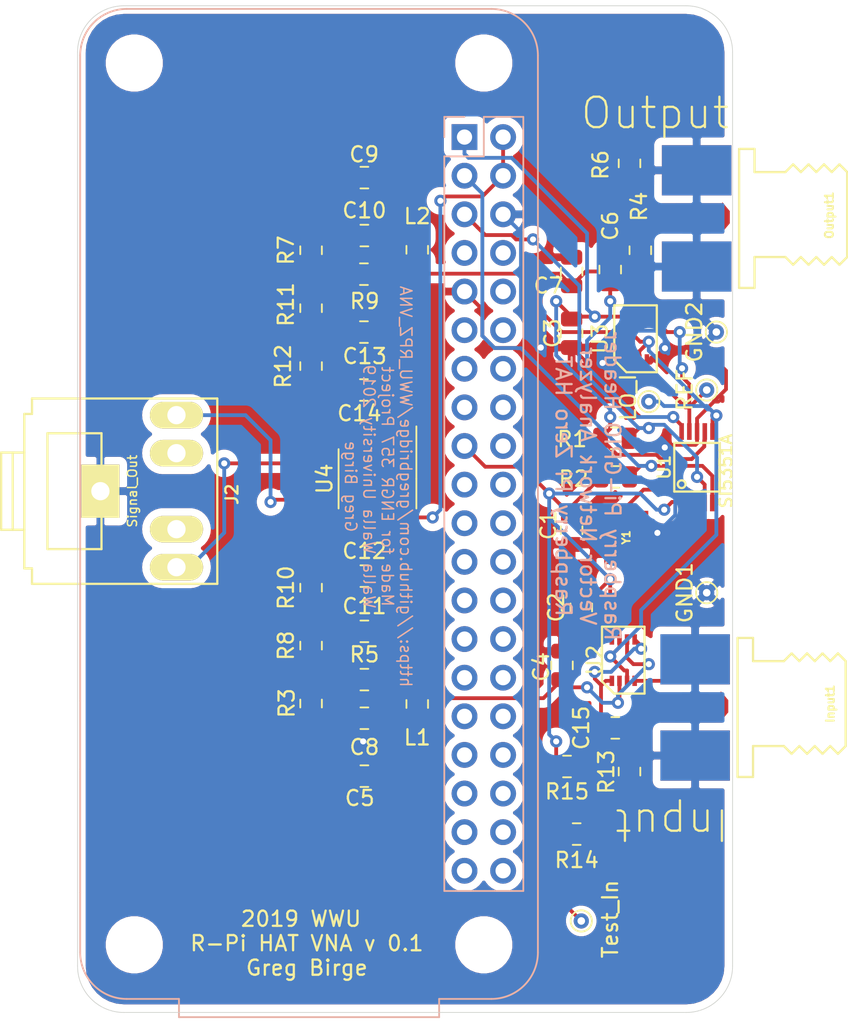
<source format=kicad_pcb>
(kicad_pcb (version 20171130) (host pcbnew 5.1.2-f72e74a~84~ubuntu18.04.1)
  (layers (0 F.Cu signal) (31 B.Cu signal) (34 B.Paste user) (35 F.Paste user) (36 B.SilkS user) (37 F.SilkS user) (38 B.Mask user) (39 F.Mask user) (44 Edge.Cuts user))
  (net 0 "")
  (net 1 +3V3)
  (net 2 GND)
  (net 3 "Net-(C4-Pad2)")
  (net 4 "Net-(C5-Pad1)")
  (net 5 "Net-(C6-Pad2)")
  (net 6 "Net-(C6-Pad1)")
  (net 7 "Net-(C7-Pad2)")
  (net 8 "Net-(C8-Pad1)")
  (net 9 "Net-(C9-Pad1)")
  (net 10 "Net-(C10-Pad1)")
  (net 11 "Net-(C11-Pad1)")
  (net 12 "Net-(C12-Pad1)")
  (net 13 "Net-(C13-Pad1)")
  (net 14 "Net-(C14-Pad1)")
  (net 15 "Net-(C15-Pad2)")
  (net 16 "Net-(C15-Pad1)")
  (net 17 "Net-(J1-Pad40)")
  (net 18 "Net-(J1-Pad39)")
  (net 19 "Net-(J1-Pad26)")
  (net 20 "Net-(J1-Pad25)")
  (net 21 "Net-(J1-Pad22)")
  (net 22 "Net-(J1-Pad21)")
  (net 23 "Net-(J1-Pad30)")
  (net 24 "Net-(J1-Pad29)")
  (net 25 "Net-(J1-Pad8)")
  (net 26 "Net-(J1-Pad7)")
  (net 27 "Net-(J1-Pad32)")
  (net 28 "Net-(J1-Pad31)")
  (net 29 "Net-(J1-Pad18)")
  (net 30 "Net-(J1-Pad36)")
  (net 31 "Net-(J1-Pad35)")
  (net 32 "Net-(J1-Pad34)")
  (net 33 "Net-(J1-Pad33)")
  (net 34 "Net-(J1-Pad38)")
  (net 35 "Net-(J1-Pad37)")
  (net 36 "Net-(J1-Pad20)")
  (net 37 "Net-(J1-Pad19)")
  (net 38 "Net-(J1-Pad10)")
  (net 39 "Net-(J1-Pad14)")
  (net 40 "Net-(J1-Pad13)")
  (net 41 "Net-(J1-Pad28)")
  (net 42 "Net-(J1-Pad27)")
  (net 43 "Net-(J1-Pad12)")
  (net 44 "Net-(J1-Pad11)")
  (net 45 "Net-(J1-Pad24)")
  (net 46 "Net-(J1-Pad23)")
  (net 47 +5V)
  (net 48 /SCL)
  (net 49 "Net-(J1-Pad16)")
  (net 50 "Net-(J1-Pad15)")
  (net 51 /SDA)
  (net 52 "Net-(TP2-Pad1)")
  (net 53 /LO_I)
  (net 54 "Net-(U1-Pad3)")
  (net 55 "Net-(U1-Pad2)")
  (net 56 "Net-(J2-Pad3)")
  (net 57 "Net-(J2-Pad2)")
  (net 58 "Net-(Output1-Pad1)")
  (module SMA:Raspberry_Pi_Zero_Socketed_THT_FaceDown_MountingHoles (layer B.Cu) (at 130.1115 53.213 180)
    (fp_text reference Jr hide)
    (fp_text value "GPIO Header" hide)
    (pad "" np_thru_hole circle (at -1.27 -53.13 90) (size 2.75 2.75) (drill 2.75) (layers *.Cu *.Mask))
    (pad "" np_thru_hole circle (at 21.73 4.87 90) (size 2.75 2.75) (drill 2.75) (layers *.Cu *.Mask))
    (pad "" np_thru_hole circle (at 21.73 -53.13 90) (size 2.75 2.75) (drill 2.75) (layers *.Cu *.Mask))
    (pad "" np_thru_hole circle (at -1.27 4.87 90) (size 2.75 2.75) (drill 2.75) (layers *.Cu *.Mask))
    (pad 40 thru_hole oval (at -2.54 -48.26 180) (size 1.7 1.7) (drill 1) (layers *.Cu *.Mask) (net 17 "Net-(J1-Pad40)"))
    (pad 39 thru_hole oval (at 0 -48.26 180) (size 1.7 1.7) (drill 1) (layers *.Cu *.Mask) (net 18 "Net-(J1-Pad39)"))
    (pad 26 thru_hole oval (at -2.54 -30.48 180) (size 1.7 1.7) (drill 1) (layers *.Cu *.Mask) (net 19 "Net-(J1-Pad26)"))
    (pad 25 thru_hole oval (at 0 -30.48 180) (size 1.7 1.7) (drill 1) (layers *.Cu *.Mask) (net 20 "Net-(J1-Pad25)"))
    (pad 22 thru_hole oval (at -2.54 -25.4 180) (size 1.7 1.7) (drill 1) (layers *.Cu *.Mask) (net 21 "Net-(J1-Pad22)"))
    (pad 21 thru_hole oval (at 0 -25.4 180) (size 1.7 1.7) (drill 1) (layers *.Cu *.Mask) (net 22 "Net-(J1-Pad21)"))
    (pad 30 thru_hole oval (at -2.54 -35.56 180) (size 1.7 1.7) (drill 1) (layers *.Cu *.Mask) (net 23 "Net-(J1-Pad30)"))
    (pad 29 thru_hole oval (at 0 -35.56 180) (size 1.7 1.7) (drill 1) (layers *.Cu *.Mask) (net 24 "Net-(J1-Pad29)"))
    (pad 8 thru_hole oval (at -2.54 -7.62 180) (size 1.7 1.7) (drill 1) (layers *.Cu *.Mask) (net 25 "Net-(J1-Pad8)"))
    (pad 7 thru_hole oval (at 0 -7.62 180) (size 1.7 1.7) (drill 1) (layers *.Cu *.Mask) (net 26 "Net-(J1-Pad7)"))
    (pad 32 thru_hole oval (at -2.54 -38.1 180) (size 1.7 1.7) (drill 1) (layers *.Cu *.Mask) (net 27 "Net-(J1-Pad32)"))
    (pad 31 thru_hole oval (at 0 -38.1 180) (size 1.7 1.7) (drill 1) (layers *.Cu *.Mask) (net 28 "Net-(J1-Pad31)"))
    (pad 18 thru_hole oval (at -2.54 -20.32 180) (size 1.7 1.7) (drill 1) (layers *.Cu *.Mask) (net 29 "Net-(J1-Pad18)"))
    (pad 17 thru_hole oval (at 0 -20.32 180) (size 1.7 1.7) (drill 1) (layers *.Cu *.Mask) (net 1 +3V3))
    (pad 36 thru_hole oval (at -2.54 -43.18 180) (size 1.7 1.7) (drill 1) (layers *.Cu *.Mask) (net 30 "Net-(J1-Pad36)"))
    (pad 35 thru_hole oval (at 0 -43.18 180) (size 1.7 1.7) (drill 1) (layers *.Cu *.Mask) (net 31 "Net-(J1-Pad35)"))
    (pad 34 thru_hole oval (at -2.54 -40.64 180) (size 1.7 1.7) (drill 1) (layers *.Cu *.Mask) (net 32 "Net-(J1-Pad34)"))
    (pad 33 thru_hole oval (at 0 -40.64 180) (size 1.7 1.7) (drill 1) (layers *.Cu *.Mask) (net 33 "Net-(J1-Pad33)"))
    (pad 38 thru_hole oval (at -2.54 -45.72 180) (size 1.7 1.7) (drill 1) (layers *.Cu *.Mask) (net 34 "Net-(J1-Pad38)"))
    (pad 37 thru_hole oval (at 0 -45.72 180) (size 1.7 1.7) (drill 1) (layers *.Cu *.Mask) (net 35 "Net-(J1-Pad37)"))
    (pad 20 thru_hole oval (at -2.54 -22.86 180) (size 1.7 1.7) (drill 1) (layers *.Cu *.Mask) (net 36 "Net-(J1-Pad20)"))
    (pad 19 thru_hole oval (at 0 -22.86 180) (size 1.7 1.7) (drill 1) (layers *.Cu *.Mask) (net 37 "Net-(J1-Pad19)"))
    (pad 10 thru_hole oval (at -2.54 -10.16 180) (size 1.7 1.7) (drill 1) (layers *.Cu *.Mask) (net 38 "Net-(J1-Pad10)"))
    (pad 9 thru_hole oval (at 0 -10.16 180) (size 1.7 1.7) (drill 1) (layers *.Cu *.Mask) (net 2 GND))
    (pad 14 thru_hole oval (at -2.54 -15.24 180) (size 1.7 1.7) (drill 1) (layers *.Cu *.Mask) (net 39 "Net-(J1-Pad14)"))
    (pad 13 thru_hole oval (at 0 -15.24 180) (size 1.7 1.7) (drill 1) (layers *.Cu *.Mask) (net 40 "Net-(J1-Pad13)"))
    (pad 28 thru_hole oval (at -2.54 -33.02 180) (size 1.7 1.7) (drill 1) (layers *.Cu *.Mask) (net 41 "Net-(J1-Pad28)"))
    (pad 27 thru_hole oval (at 0 -33.02 180) (size 1.7 1.7) (drill 1) (layers *.Cu *.Mask) (net 42 "Net-(J1-Pad27)"))
    (pad 12 thru_hole oval (at -2.54 -12.7 180) (size 1.7 1.7) (drill 1) (layers *.Cu *.Mask) (net 43 "Net-(J1-Pad12)"))
    (pad 11 thru_hole oval (at 0 -12.7 180) (size 1.7 1.7) (drill 1) (layers *.Cu *.Mask) (net 44 "Net-(J1-Pad11)"))
    (pad 24 thru_hole oval (at -2.54 -27.94 180) (size 1.7 1.7) (drill 1) (layers *.Cu *.Mask) (net 45 "Net-(J1-Pad24)"))
    (pad 23 thru_hole oval (at 0 -27.94 180) (size 1.7 1.7) (drill 1) (layers *.Cu *.Mask) (net 46 "Net-(J1-Pad23)"))
    (pad 1 thru_hole rect (at 0 0 180) (size 1.7 1.7) (drill 1) (layers *.Cu *.Mask) (net 1 +3V3))
    (pad 2 thru_hole oval (at -2.54 0 180) (size 1.7 1.7) (drill 1) (layers *.Cu *.Mask) (net 47 +5V))
    (pad 5 thru_hole oval (at 0 -5.08 180) (size 1.7 1.7) (drill 1) (layers *.Cu *.Mask) (net 48 /SCL))
    (pad 4 thru_hole oval (at -2.54 -2.54 180) (size 1.7 1.7) (drill 1) (layers *.Cu *.Mask) (net 47 +5V))
    (pad 16 thru_hole oval (at -2.54 -17.78 180) (size 1.7 1.7) (drill 1) (layers *.Cu *.Mask) (net 49 "Net-(J1-Pad16)"))
    (pad 15 thru_hole oval (at 0 -17.78 180) (size 1.7 1.7) (drill 1) (layers *.Cu *.Mask) (net 50 "Net-(J1-Pad15)"))
    (pad 3 thru_hole oval (at 0 -2.54 180) (size 1.7 1.7) (drill 1) (layers *.Cu *.Mask) (net 51 /SDA))
    (pad 6 thru_hole oval (at -2.54 -5.08 180) (size 1.7 1.7) (drill 1) (layers *.Cu *.Mask) (net 2 GND))
  )
  (module SMA:VFSOP-8 (layer F.Cu) (at 141.36624 66.47942)
    (fp_text reference U3 (at -2.3495 0 90) (layer F.SilkS))
    (fp_text value NL7WB66 hide)
    (pad 8 smd rect (at -0.75 -1.36) (size 0.3 0.68) (layers F.Cu F.Paste F.Mask) (net 1 +3V3))
    (pad 1 smd rect (at -0.75 1.36) (size 0.3 0.68) (layers F.Cu F.Paste F.Mask) (net 52 "Net-(TP2-Pad1)"))
    (pad 7 smd rect (at -0.25 -1.36) (size 0.3 0.68) (layers F.Cu F.Paste F.Mask) (net 53 /LO_I))
    (pad 2 smd rect (at -0.25 1.36) (size 0.3 0.68) (layers F.Cu F.Paste F.Mask) (net 7 "Net-(C7-Pad2)"))
    (pad 6 smd rect (at 0.25 -1.36) (size 0.3 0.68) (layers F.Cu F.Paste F.Mask) (net 7 "Net-(C7-Pad2)"))
    (pad 3 smd rect (at 0.25 1.36) (size 0.3 0.68) (layers F.Cu F.Paste F.Mask) (net 53 /LO_I))
    (pad 5 smd rect (at 0.75 -1.36) (size 0.3 0.68) (layers F.Cu F.Paste F.Mask) (net 52 "Net-(TP2-Pad1)"))
    (pad 4 smd rect (at 0.75 1.36) (size 0.3 0.68) (layers F.Cu F.Paste F.Mask) (net 2 GND))
  )
  (module TestPoint:TestPoint_THTPad_D1.0mm_Drill0.5mm (layer F.Cu) (at 146.685 66.04 90)
    (fp_text reference GND2 (at 0 -1.448 90) (layer F.SilkS))
    (fp_text value GND2 hide)
    (pad 1 thru_hole circle (at 0 0 90) (size 1 1) (drill 0.5) (layers *.Cu *.Mask) (net 2 GND))
  )
  (module TestPoint:TestPoint_THTPad_D1.0mm_Drill0.5mm (layer F.Cu) (at 146.05 83.185 90)
    (fp_text reference GND1 (at 0 -1.448 90) (layer F.SilkS))
    (fp_text value GND1 hide)
    (pad 1 thru_hole circle (at 0 0 90) (size 1 1) (drill 0.5) (layers *.Cu *.Mask) (net 2 GND))
  )
  (module TestPoint:TestPoint_THTPad_D1.0mm_Drill0.5mm (layer F.Cu) (at 142.24 70.612)
    (fp_text reference LO_I (at -1.36144 -0.28194 90) (layer F.SilkS))
    (fp_text value LO_I hide)
    (pad 1 thru_hole circle (at 0 0) (size 1 1) (drill 0.5) (layers *.Cu *.Mask) (net 53 /LO_I))
  )
  (module TestPoint:TestPoint_THTPad_D1.0mm_Drill0.5mm (layer F.Cu) (at 146.05 69.85 90)
    (fp_text reference REF (at 0 -1.448 90) (layer F.SilkS))
    (fp_text value REF hide)
    (pad 1 thru_hole circle (at 0 0 90) (size 1 1) (drill 0.5) (layers *.Cu *.Mask) (net 52 "Net-(TP2-Pad1)"))
  )
  (module TestPoint:TestPoint_THTPad_D1.0mm_Drill0.5mm (layer F.Cu) (at 137.795 104.775 90)
    (fp_text reference Test_In (at 0.127 1.905 270) (layer F.SilkS))
    (fp_text value Test_IN hide)
    (pad 1 thru_hole circle (at 0 0 90) (size 1 1) (drill 0.5) (layers *.Cu *.Mask) (net 16 "Net-(C15-Pad1)"))
  )
  (module SMA:Tayda_3.5mm_stereo_TRS_jack_A-853 (layer F.Cu) (at 107.7468 76.5048 90)
    (fp_text reference J2 (at -0.2032 7.0612 90) (layer F.SilkS) (effects (font (size 0.8 0.8))))
    (fp_text value Signal_Out (at 0 0.508 90) (layer F.SilkS) (effects (font (size 0.6 0.6) (thickness 0.1))))
    (pad 1 thru_hole rect (at 0 -1.596 90) (size 3.5 2.5) (drill 1.2) (layers *.Cu *.Mask F.SilkS) (net 2 GND))
    (pad 2 thru_hole oval (at 5 3.41 90) (size 1.75 3.5) (drill 1.2) (layers *.Cu *.Mask F.SilkS) (net 57 "Net-(J2-Pad2)"))
    (pad 3 thru_hole oval (at -5 3.41 90) (size 1.75 3.5) (drill 1.2) (layers *.Cu *.Mask F.SilkS) (net 56 "Net-(J2-Pad3)"))
    (pad 4 thru_hole oval (at 2.5 3.41 90) (size 1.75 3.5) (drill 1.2) (layers *.Cu *.Mask F.SilkS))
    (pad 5 thru_hole oval (at -2.5 3.41 90) (size 1.75 3.5) (drill 1.2) (layers *.Cu *.Mask F.SilkS))
  )
  (module SMA:CX3225 (layer F.Cu) (at 140.755 79.545 90)
    (fp_text reference Y1 (at 0 0 90) (layer F.SilkS) (effects (font (size 0.5 0.5) (thickness 0.125))))
    (fp_text value CX3225 hide)
    (pad 2 smd rect (at 1.1 0.85 90) (size 1.3 1.2) (layers F.Cu F.Paste F.Mask) (net 2 GND))
    (pad 3 smd rect (at 1.1 -0.85 90) (size 1.3 1.2) (layers F.Cu F.Paste F.Mask) (net 55 "Net-(U1-Pad2)"))
    (pad 1 smd rect (at -1.1 0.85 90) (size 1.3 1.2) (layers F.Cu F.Paste F.Mask) (net 54 "Net-(U1-Pad3)"))
    (pad 4 smd rect (at -1.1 -0.85 90) (size 1.3 1.2) (layers F.Cu F.Paste F.Mask) (net 2 GND))
  )
  (module Package_SO:SO-8_3.9x4.9mm_P1.27mm (layer F.Cu) (at 124.3838 75.692 270)
    (fp_text reference U4 (at 0 3.4798 90) (layer F.SilkS))
    (fp_text value LM2904)
    (pad 1 smd roundrect (at -2.575 -1.905 270) (size 1.75 0.6) (layers F.Cu F.Paste F.Mask) (net 56 "Net-(J2-Pad3)"))
    (pad 2 smd roundrect (at -2.575 -0.635 270) (size 1.75 0.6) (layers F.Cu F.Paste F.Mask) (net 56 "Net-(J2-Pad3)"))
    (pad 3 smd roundrect (at -2.575 0.635 270) (size 1.75 0.6) (layers F.Cu F.Paste F.Mask) (net 14 "Net-(C14-Pad1)"))
    (pad 4 smd roundrect (at -2.575 1.905 270) (size 1.75 0.6) (layers F.Cu F.Paste F.Mask) (net 2 GND))
    (pad 5 smd roundrect (at 2.575 1.905 270) (size 1.75 0.6) (layers F.Cu F.Paste F.Mask) (net 12 "Net-(C12-Pad1)"))
    (pad 6 smd roundrect (at 2.575 0.635 270) (size 1.75 0.6) (layers F.Cu F.Paste F.Mask) (net 57 "Net-(J2-Pad2)"))
    (pad 7 smd roundrect (at 2.575 -0.635 270) (size 1.75 0.6) (layers F.Cu F.Paste F.Mask) (net 57 "Net-(J2-Pad2)"))
    (pad 8 smd roundrect (at 2.575 -1.905 270) (size 1.75 0.6) (layers F.Cu F.Paste F.Mask) (net 47 +5V))
  )
  (module SMA:VFSOP-8 (layer F.Cu) (at 140.55852 87.61984)
    (fp_text reference U2 (at -1.87452 0 90) (layer F.SilkS))
    (fp_text value NL7WB66 hide)
    (pad 8 smd rect (at -0.75 -1.36) (size 0.3 0.68) (layers F.Cu F.Paste F.Mask) (net 1 +3V3))
    (pad 1 smd rect (at -0.75 1.36) (size 0.3 0.68) (layers F.Cu F.Paste F.Mask) (net 16 "Net-(C15-Pad1)"))
    (pad 7 smd rect (at -0.25 -1.36) (size 0.3 0.68) (layers F.Cu F.Paste F.Mask) (net 53 /LO_I))
    (pad 2 smd rect (at -0.25 1.36) (size 0.3 0.68) (layers F.Cu F.Paste F.Mask) (net 3 "Net-(C4-Pad2)"))
    (pad 6 smd rect (at 0.25 -1.36) (size 0.3 0.68) (layers F.Cu F.Paste F.Mask) (net 3 "Net-(C4-Pad2)"))
    (pad 3 smd rect (at 0.25 1.36) (size 0.3 0.68) (layers F.Cu F.Paste F.Mask) (net 53 /LO_I))
    (pad 5 smd rect (at 0.75 -1.36) (size 0.3 0.68) (layers F.Cu F.Paste F.Mask) (net 16 "Net-(C15-Pad1)"))
    (pad 4 smd rect (at 0.75 1.36) (size 0.3 0.68) (layers F.Cu F.Paste F.Mask) (net 2 GND))
  )
  (module EtherkitKicadLibrary:MSOP-10 (layer F.Cu) (at 145.415 74.93)
    (fp_text reference U1 (at -2.159 0 270) (layer F.SilkS) (effects (font (size 0.8 0.8))))
    (fp_text value SI5351A (at 1.905 0.254 90) (layer F.SilkS) (effects (font (size 0.8 0.8))))
    (pad 1 smd rect (at -1 2.35) (size 0.3 1.1) (layers F.Cu F.Paste F.Mask) (net 1 +3V3))
    (pad 2 smd rect (at -0.5 2.35) (size 0.3 1.1) (layers F.Cu F.Paste F.Mask) (net 55 "Net-(U1-Pad2)"))
    (pad 3 smd rect (at 0 2.35) (size 0.3 1.1) (layers F.Cu F.Paste F.Mask) (net 54 "Net-(U1-Pad3)"))
    (pad 4 smd rect (at 0.5 2.35) (size 0.3 1.1) (layers F.Cu F.Paste F.Mask) (net 48 /SCL))
    (pad 5 smd rect (at 1 2.35) (size 0.3 1.1) (layers F.Cu F.Paste F.Mask) (net 51 /SDA))
    (pad 6 smd rect (at 1.016 -2.35) (size 0.3 1.1) (layers F.Cu F.Paste F.Mask) (net 53 /LO_I))
    (pad 7 smd rect (at 0.508 -2.35) (size 0.3 1.1) (layers F.Cu F.Paste F.Mask) (net 1 +3V3))
    (pad 8 smd rect (at 0 -2.35) (size 0.3 1.1) (layers F.Cu F.Paste F.Mask) (net 2 GND))
    (pad 9 smd rect (at -0.508 -2.35) (size 0.3 1.1) (layers F.Cu F.Paste F.Mask) (net 52 "Net-(TP2-Pad1)"))
    (pad 10 smd rect (at -1.016 -2.35) (size 0.3 1.1) (layers F.Cu F.Paste F.Mask) (net 5 "Net-(C6-Pad2)"))
  )
  (module Resistor_SMD:R_0805_2012Metric (layer F.Cu) (at 136.8575 94.615 180)
    (fp_text reference R15 (at 0 -1.65) (layer F.SilkS))
    (fp_text value 39k hide)
    (pad 1 smd roundrect (at -0.9375 0 180) (size 0.975 1.4) (layers F.Cu F.Paste F.Mask) (net 16 "Net-(C15-Pad1)"))
    (pad 2 smd roundrect (at 0.9375 0 180) (size 0.975 1.4) (layers F.Cu F.Paste F.Mask) (net 1 +3V3))
  )
  (module Resistor_SMD:R_0805_2012Metric (layer F.Cu) (at 137.4925 99.06)
    (fp_text reference R14 (at 0 1.7145) (layer F.SilkS))
    (fp_text value 220k hide)
    (pad 1 smd roundrect (at -0.9375 0) (size 0.975 1.4) (layers F.Cu F.Paste F.Mask) (net 16 "Net-(C15-Pad1)"))
    (pad 2 smd roundrect (at 0.9375 0) (size 0.975 1.4) (layers F.Cu F.Paste F.Mask) (net 2 GND))
  )
  (module Resistor_SMD:R_0805_2012Metric (layer F.Cu) (at 140.97 94.9475 270)
    (fp_text reference R13 (at 0.0231 1.524 90) (layer F.SilkS))
    (fp_text value 56 hide)
    (pad 1 smd roundrect (at -0.9375 0 270) (size 0.975 1.4) (layers F.Cu F.Paste F.Mask) (net 15 "Net-(C15-Pad2)"))
    (pad 2 smd roundrect (at 0.9375 0 270) (size 0.975 1.4) (layers F.Cu F.Paste F.Mask) (net 2 GND))
  )
  (module Resistor_SMD:R_0805_2012Metric (layer F.Cu) (at 120.015 68.2775 270)
    (fp_text reference R12 (at 0.015 1.8415 90) (layer F.SilkS))
    (fp_text value 1M hide)
    (pad 1 smd roundrect (at -0.9375 0 270) (size 0.975 1.4) (layers F.Cu F.Paste F.Mask) (net 13 "Net-(C13-Pad1)"))
    (pad 2 smd roundrect (at 0.9375 0 270) (size 0.975 1.4) (layers F.Cu F.Paste F.Mask) (net 14 "Net-(C14-Pad1)"))
  )
  (module Resistor_SMD:R_0805_2012Metric (layer F.Cu) (at 120.015 64.4675 270)
    (fp_text reference R11 (at -0.239 1.651 90) (layer F.SilkS))
    (fp_text value 51k hide)
    (pad 1 smd roundrect (at -0.9375 0 270) (size 0.975 1.4) (layers F.Cu F.Paste F.Mask) (net 10 "Net-(C10-Pad1)"))
    (pad 2 smd roundrect (at 0.9375 0 270) (size 0.975 1.4) (layers F.Cu F.Paste F.Mask) (net 13 "Net-(C13-Pad1)"))
  )
  (module Resistor_SMD:R_0805_2012Metric (layer F.Cu) (at 120.015 82.8525 90)
    (fp_text reference R10 (at 0 -1.65 90) (layer F.SilkS))
    (fp_text value 1M hide)
    (pad 1 smd roundrect (at -0.9375 0 90) (size 0.975 1.4) (layers F.Cu F.Paste F.Mask) (net 11 "Net-(C11-Pad1)"))
    (pad 2 smd roundrect (at 0.9375 0 90) (size 0.975 1.4) (layers F.Cu F.Paste F.Mask) (net 12 "Net-(C12-Pad1)"))
  )
  (module Resistor_SMD:R_0805_2012Metric (layer F.Cu) (at 123.4925 62.23)
    (fp_text reference R9 (at 0.0485 1.778) (layer F.SilkS))
    (fp_text value 30k hide)
    (pad 1 smd roundrect (at -0.9375 0) (size 0.975 1.4) (layers F.Cu F.Paste F.Mask) (net 10 "Net-(C10-Pad1)"))
    (pad 2 smd roundrect (at 0.9375 0) (size 0.975 1.4) (layers F.Cu F.Paste F.Mask) (net 2 GND))
  )
  (module Resistor_SMD:R_0805_2012Metric (layer F.Cu) (at 120.015 86.6625 90)
    (fp_text reference R8 (at 0 -1.65 90) (layer F.SilkS))
    (fp_text value 51k hide)
    (pad 1 smd roundrect (at -0.9375 0 90) (size 0.975 1.4) (layers F.Cu F.Paste F.Mask) (net 8 "Net-(C8-Pad1)"))
    (pad 2 smd roundrect (at 0.9375 0 90) (size 0.975 1.4) (layers F.Cu F.Paste F.Mask) (net 11 "Net-(C11-Pad1)"))
  )
  (module Resistor_SMD:R_0805_2012Metric (layer F.Cu) (at 120.015 60.6575 90)
    (fp_text reference R7 (at 0 -1.65 90) (layer F.SilkS))
    (fp_text value 10k hide)
    (pad 1 smd roundrect (at -0.9375 0 90) (size 0.975 1.4) (layers F.Cu F.Paste F.Mask) (net 10 "Net-(C10-Pad1)"))
    (pad 2 smd roundrect (at 0.9375 0 90) (size 0.975 1.4) (layers F.Cu F.Paste F.Mask) (net 9 "Net-(C9-Pad1)"))
  )
  (module Resistor_SMD:R_0805_2012Metric (layer F.Cu) (at 140.97 54.9425 90)
    (fp_text reference R6 (at -0.1039 -1.905 90) (layer F.SilkS))
    (fp_text value R hide)
    (pad 1 smd roundrect (at -0.9375 0 90) (size 0.975 1.4) (layers F.Cu F.Paste F.Mask) (net 58 "Net-(Output1-Pad1)"))
    (pad 2 smd roundrect (at 0.9375 0 90) (size 0.975 1.4) (layers F.Cu F.Paste F.Mask) (net 2 GND))
  )
  (module Resistor_SMD:R_0805_2012Metric (layer F.Cu) (at 123.5225 88.9)
    (fp_text reference R5 (at 0 -1.65) (layer F.SilkS))
    (fp_text value 30k hide)
    (pad 1 smd roundrect (at -0.9375 0) (size 0.975 1.4) (layers F.Cu F.Paste F.Mask) (net 8 "Net-(C8-Pad1)"))
    (pad 2 smd roundrect (at 0.9375 0) (size 0.975 1.4) (layers F.Cu F.Paste F.Mask) (net 2 GND))
  )
  (module Resistor_SMD:R_0805_2012Metric (layer F.Cu) (at 141.6812 60.6575 270)
    (fp_text reference R4 (at -2.8725 0.0762 90) (layer F.SilkS))
    (fp_text value R hide)
    (pad 1 smd roundrect (at -0.9375 0 270) (size 0.975 1.4) (layers F.Cu F.Paste F.Mask) (net 58 "Net-(Output1-Pad1)"))
    (pad 2 smd roundrect (at 0.9375 0 270) (size 0.975 1.4) (layers F.Cu F.Paste F.Mask) (net 6 "Net-(C6-Pad1)"))
  )
  (module Resistor_SMD:R_0805_2012Metric (layer F.Cu) (at 120.015 90.4725 270)
    (fp_text reference R3 (at -0.0231 1.6002 90) (layer F.SilkS))
    (fp_text value 10k hide)
    (pad 1 smd roundrect (at -0.9375 0 270) (size 0.975 1.4) (layers F.Cu F.Paste F.Mask) (net 8 "Net-(C8-Pad1)"))
    (pad 2 smd roundrect (at 0.9375 0 270) (size 0.975 1.4) (layers F.Cu F.Paste F.Mask) (net 4 "Net-(C5-Pad1)"))
  )
  (module Resistor_SMD:R_0805_2012Metric (layer F.Cu) (at 140.0325 75.565 180)
    (fp_text reference R2 (at 2.7455 -0.127) (layer F.SilkS))
    (fp_text value 4.7k hide)
    (pad 1 smd roundrect (at -0.9375 0 180) (size 0.975 1.4) (layers F.Cu F.Paste F.Mask) (net 51 /SDA))
    (pad 2 smd roundrect (at 0.9375 0 180) (size 0.975 1.4) (layers F.Cu F.Paste F.Mask) (net 1 +3V3))
  )
  (module Resistor_SMD:R_0805_2012Metric (layer F.Cu) (at 140.0025 73.025 180)
    (fp_text reference R1 (at 2.809 -0.0635) (layer F.SilkS))
    (fp_text value 4.7k hide)
    (pad 1 smd roundrect (at -0.9375 0 180) (size 0.975 1.4) (layers F.Cu F.Paste F.Mask) (net 48 /SCL))
    (pad 2 smd roundrect (at 0.9375 0 180) (size 0.975 1.4) (layers F.Cu F.Paste F.Mask) (net 1 +3V3))
  )
  (module SMA:SMA_EDGE (layer F.Cu) (at 154.278 58.5635)
    (fp_text reference Output1 (at -0.1635 -0.207 90) (layer F.SilkS) (effects (font (size 0.524 0.524) (thickness 0.131))))
    (fp_text value P2 hide)
    (pad 2 connect rect (at -8.89 -3.16484) (size 4.572 3.302) (layers F.Cu F.Mask) (net 2 GND))
    (pad 1 connect trapezoid (at -6.958 -0.08) (size 0.50038 1.39954) (rect_delta 0.59944 0) (layers F.Cu F.Mask) (net 58 "Net-(Output1-Pad1)"))
    (pad 2 connect rect (at -8.89 3.16484) (size 4.572 3.302) (layers B.Cu B.Mask) (net 2 GND))
    (pad 1 connect rect (at -9.144 0) (size 4.07162 1.99898) (layers F.Cu F.Mask) (net 58 "Net-(Output1-Pad1)"))
    (pad 2 connect rect (at -8.89 -3.16484) (size 4.572 3.302) (layers B.Cu B.Mask) (net 2 GND))
    (pad 2 connect rect (at -8.89 3.16484) (size 4.572 3.302) (layers F.Cu F.Mask) (net 2 GND))
  )
  (module SMA:SMA_EDGE (layer F.Cu) (at 154.178 90.73134)
    (fp_text reference Input1 (at 0 -0.24384 90) (layer F.SilkS) (effects (font (size 0.524 0.524) (thickness 0.131))))
    (fp_text value P1 hide)
    (pad 2 connect rect (at -8.89 3.16484) (size 4.572 3.302) (layers F.Cu F.Mask) (net 2 GND))
    (pad 2 connect rect (at -8.89 -3.16484) (size 4.572 3.302) (layers B.Cu B.Mask) (net 2 GND))
    (pad 1 connect rect (at -9.144 0) (size 4.07162 1.99898) (layers F.Cu F.Mask) (net 15 "Net-(C15-Pad2)"))
    (pad 2 connect rect (at -8.89 3.16484) (size 4.572 3.302) (layers B.Cu B.Mask) (net 2 GND))
    (pad 1 connect trapezoid (at -6.958 -0.08) (size 0.50038 1.39954) (rect_delta 0.59944 0) (layers F.Cu F.Mask) (net 15 "Net-(C15-Pad2)"))
    (pad 2 connect rect (at -8.89 -3.16484) (size 4.572 3.302) (layers F.Cu F.Mask) (net 2 GND))
  )
  (module Inductor_SMD:L_0805_2012Metric (layer F.Cu) (at 127 60.6275 90)
    (fp_text reference L2 (at 2.2075 0) (layer F.SilkS))
    (fp_text value 100uH hide)
    (pad 1 smd roundrect (at -0.9375 0 90) (size 0.975 1.4) (layers F.Cu F.Paste F.Mask) (net 7 "Net-(C7-Pad2)"))
    (pad 2 smd roundrect (at 0.9375 0 90) (size 0.975 1.4) (layers F.Cu F.Paste F.Mask) (net 9 "Net-(C9-Pad1)"))
  )
  (module Inductor_SMD:L_0805_2012Metric (layer F.Cu) (at 127 90.5025 270)
    (fp_text reference L1 (at 2.2075 0 180) (layer F.SilkS))
    (fp_text value 100uH hide)
    (pad 1 smd roundrect (at -0.9375 0 270) (size 0.975 1.4) (layers F.Cu F.Paste F.Mask) (net 3 "Net-(C4-Pad2)"))
    (pad 2 smd roundrect (at 0.9375 0 270) (size 0.975 1.4) (layers F.Cu F.Paste F.Mask) (net 4 "Net-(C5-Pad1)"))
  )
  (module Capacitor_SMD:C_0805_2012Metric (layer F.Cu) (at 140.0325 92.075)
    (fp_text reference C15 (at -2.2375 0 90) (layer F.SilkS))
    (fp_text value 1.0uF hide)
    (pad 1 smd roundrect (at -0.9375 0) (size 0.975 1.4) (layers F.Cu F.Paste F.Mask) (net 16 "Net-(C15-Pad1)"))
    (pad 2 smd roundrect (at 0.9375 0) (size 0.975 1.4) (layers F.Cu F.Paste F.Mask) (net 15 "Net-(C15-Pad2)"))
  )
  (module Capacitor_SMD:C_0805_2012Metric (layer F.Cu) (at 123.4925 69.85)
    (fp_text reference C14 (at -0.3025 1.5367) (layer F.SilkS))
    (fp_text value 1nF hide)
    (pad 1 smd roundrect (at -0.9375 0) (size 0.975 1.4) (layers F.Cu F.Paste F.Mask) (net 14 "Net-(C14-Pad1)"))
    (pad 2 smd roundrect (at 0.9375 0) (size 0.975 1.4) (layers F.Cu F.Paste F.Mask) (net 2 GND))
  )
  (module Capacitor_SMD:C_0805_2012Metric (layer F.Cu) (at 123.4925 66.04)
    (fp_text reference C13 (at 0.0485 1.5875) (layer F.SilkS))
    (fp_text value 1nF hide)
    (pad 1 smd roundrect (at -0.9375 0) (size 0.975 1.4) (layers F.Cu F.Paste F.Mask) (net 13 "Net-(C13-Pad1)"))
    (pad 2 smd roundrect (at 0.9375 0) (size 0.975 1.4) (layers F.Cu F.Paste F.Mask) (net 2 GND))
  )
  (module Capacitor_SMD:C_0805_2012Metric (layer F.Cu) (at 123.5225 82.0928)
    (fp_text reference C12 (at 0 -1.65) (layer F.SilkS))
    (fp_text value 1nF hide)
    (pad 1 smd roundrect (at -0.9375 0) (size 0.975 1.4) (layers F.Cu F.Paste F.Mask) (net 12 "Net-(C12-Pad1)"))
    (pad 2 smd roundrect (at 0.9375 0) (size 0.975 1.4) (layers F.Cu F.Paste F.Mask) (net 2 GND))
  )
  (module Capacitor_SMD:C_0805_2012Metric (layer F.Cu) (at 123.5225 85.725)
    (fp_text reference C11 (at 0 -1.65) (layer F.SilkS))
    (fp_text value 1nF hide)
    (pad 1 smd roundrect (at -0.9375 0) (size 0.975 1.4) (layers F.Cu F.Paste F.Mask) (net 11 "Net-(C11-Pad1)"))
    (pad 2 smd roundrect (at 0.9375 0) (size 0.975 1.4) (layers F.Cu F.Paste F.Mask) (net 2 GND))
  )
  (module Capacitor_SMD:C_0805_2012Metric (layer F.Cu) (at 123.5225 59.69)
    (fp_text reference C10 (at 0 -1.65) (layer F.SilkS))
    (fp_text value 10nF hide)
    (pad 1 smd roundrect (at -0.9375 0) (size 0.975 1.4) (layers F.Cu F.Paste F.Mask) (net 10 "Net-(C10-Pad1)"))
    (pad 2 smd roundrect (at 0.9375 0) (size 0.975 1.4) (layers F.Cu F.Paste F.Mask) (net 2 GND))
  )
  (module Capacitor_SMD:C_0805_2012Metric (layer F.Cu) (at 123.5225 55.88)
    (fp_text reference C9 (at -0.015 -1.524) (layer F.SilkS))
    (fp_text value 680nF hide)
    (pad 1 smd roundrect (at -0.9375 0) (size 0.975 1.4) (layers F.Cu F.Paste F.Mask) (net 9 "Net-(C9-Pad1)"))
    (pad 2 smd roundrect (at 0.9375 0) (size 0.975 1.4) (layers F.Cu F.Paste F.Mask) (net 2 GND))
  )
  (module Capacitor_SMD:C_0805_2012Metric (layer F.Cu) (at 123.5225 91.44)
    (fp_text reference C8 (at 0 1.905) (layer F.SilkS))
    (fp_text value 10nF hide)
    (pad 1 smd roundrect (at -0.9375 0) (size 0.975 1.4) (layers F.Cu F.Paste F.Mask) (net 8 "Net-(C8-Pad1)"))
    (pad 2 smd roundrect (at 0.9375 0) (size 0.975 1.4) (layers F.Cu F.Paste F.Mask) (net 2 GND))
  )
  (module Capacitor_SMD:C_0805_2012Metric (layer F.Cu) (at 137.16 62.0545 270)
    (fp_text reference C7 (at 0.9375 1.524) (layer F.SilkS))
    (fp_text value .005uF hide)
    (pad 1 smd roundrect (at -0.9375 0 270) (size 0.975 1.4) (layers F.Cu F.Paste F.Mask) (net 2 GND))
    (pad 2 smd roundrect (at 0.9375 0 270) (size 0.975 1.4) (layers F.Cu F.Paste F.Mask) (net 7 "Net-(C7-Pad2)"))
  )
  (module Capacitor_SMD:C_0805_2012Metric (layer F.Cu) (at 139.7 61.9275 270)
    (fp_text reference C6 (at -2.8725 0 90) (layer F.SilkS))
    (fp_text value 1.0uF hide)
    (pad 1 smd roundrect (at -0.9375 0 270) (size 0.975 1.4) (layers F.Cu F.Paste F.Mask) (net 6 "Net-(C6-Pad1)"))
    (pad 2 smd roundrect (at 0.9375 0 270) (size 0.975 1.4) (layers F.Cu F.Paste F.Mask) (net 5 "Net-(C6-Pad2)"))
  )
  (module Capacitor_SMD:C_0805_2012Metric (layer F.Cu) (at 123.5225 95.25)
    (fp_text reference C5 (at -0.3025 1.4478) (layer F.SilkS))
    (fp_text value 680nF hide)
    (pad 1 smd roundrect (at -0.9375 0) (size 0.975 1.4) (layers F.Cu F.Paste F.Mask) (net 4 "Net-(C5-Pad1)"))
    (pad 2 smd roundrect (at 0.9375 0) (size 0.975 1.4) (layers F.Cu F.Paste F.Mask) (net 2 GND))
  )
  (module Capacitor_SMD:C_0805_2012Metric (layer F.Cu) (at 136.525 87.9625 270)
    (fp_text reference C4 (at 0.0993 1.3716 90) (layer F.SilkS))
    (fp_text value .005uF hide)
    (pad 1 smd roundrect (at -0.9375 0 270) (size 0.975 1.4) (layers F.Cu F.Paste F.Mask) (net 2 GND))
    (pad 2 smd roundrect (at 0.9375 0 270) (size 0.975 1.4) (layers F.Cu F.Paste F.Mask) (net 3 "Net-(C4-Pad2)"))
  )
  (module Capacitor_SMD:C_0805_2012Metric (layer F.Cu) (at 137.16 66.1185 270)
    (fp_text reference C3 (at 0 1.27 90) (layer F.SilkS))
    (fp_text value 0.1uF hide)
    (pad 1 smd roundrect (at -0.9375 0 270) (size 0.975 1.4) (layers F.Cu F.Paste F.Mask) (net 1 +3V3))
    (pad 2 smd roundrect (at 0.9375 0 270) (size 0.975 1.4) (layers F.Cu F.Paste F.Mask) (net 2 GND))
  )
  (module Capacitor_SMD:C_0805_2012Metric (layer F.Cu) (at 137.795 84.1525 270)
    (fp_text reference C2 (at 0 1.651 90) (layer F.SilkS))
    (fp_text value 0.1uF hide)
    (pad 1 smd roundrect (at -0.9375 0 270) (size 0.975 1.4) (layers F.Cu F.Paste F.Mask) (net 1 +3V3))
    (pad 2 smd roundrect (at 0.9375 0 270) (size 0.975 1.4) (layers F.Cu F.Paste F.Mask) (net 2 GND))
  )
  (module Capacitor_SMD:C_0805_2012Metric (layer F.Cu) (at 137.16 79.0725 90)
    (fp_text reference C1 (at 0.3325 -1.524 90) (layer F.SilkS))
    (fp_text value 0.1uF hide)
    (pad 2 smd roundrect (at 0.9375 0 90) (size 0.975 1.4) (layers F.Cu F.Paste F.Mask) (net 1 +3V3))
    (pad 1 smd roundrect (at -0.9375 0 90) (size 0.975 1.4) (layers F.Cu F.Paste F.Mask) (net 2 GND))
  )
  (gr_text "https://github.com/gregbridge/WWU_RPZ_VNA\nMade for ENGR 357 Project\nWalla Walla University 2019\nGreg Birge" (at 124.4346 76.2 270) (layer B.SilkS) (effects (font (size 0.75 0.75) (thickness 0.1)) (justify mirror)))
  (gr_text "Raspberry Pi-GPIO Header\nVector Network Analyzer\nRaspberry Pi Zero HAT" (at 138.2268 76.1746 270) (layer B.SilkS) (effects (font (size 1 1)) (justify mirror)))
  (gr_text "2019 WWU \nR-Pi HAT VNA v 0.1\nGreg Birge" (at 119.7356 106.2482) (layer F.SilkS) (effects (font (size 1 1))))
  (gr_line (start 104.648 47.625) (end 104.648 107.7468) (layer Edge.Cuts) (width 0.05))
  (gr_line (start 144.7038 44.577) (end 107.696 44.577) (layer Edge.Cuts) (width 0.05))
  (gr_line (start 147.7518 107.7468) (end 147.7518 47.625) (layer Edge.Cuts) (width 0.05))
  (gr_line (start 144.7038 110.7948) (end 107.696 110.7948) (layer Edge.Cuts) (width 0.05))
  (gr_arc (start 144.7038 47.625) (end 147.7518 47.625) (angle -90) (layer Edge.Cuts) (width 0.05))
  (gr_arc (start 144.7038 107.7468) (end 144.7038 110.7948) (angle -90) (layer Edge.Cuts) (width 0.05))
  (gr_arc (start 107.696 107.7468) (end 104.648 107.7468) (angle -90) (layer Edge.Cuts) (width 0.05))
  (gr_arc (start 107.696 47.625) (end 107.696 44.577) (angle -90) (layer Edge.Cuts) (width 0.05))
  (gr_text Output (at 142.6464 51.6382) (layer F.SilkS) (effects (font (size 2 2))))
  (gr_text Input (at 143.764 98.425 180) (layer F.SilkS) (effects (font (size 2 2))))
  (segment (start 139.095 73.055) (end 139.065 73.025) (width 0.25) (layer F.Cu) (net 1))
  (segment (start 139.095 75.565) (end 139.095 73.055) (width 0.25) (layer F.Cu) (net 1))
  (segment (start 136.603763 77.578763) (end 137.16 78.135) (width 0.25) (layer F.Cu) (net 1))
  (segment (start 131.476499 74.897999) (end 133.922999 74.897999) (width 0.25) (layer F.Cu) (net 1))
  (segment (start 130.1115 73.533) (end 131.476499 74.897999) (width 0.25) (layer F.Cu) (net 1))
  (segment (start 137.16 77.5) (end 139.095 75.565) (width 0.25) (layer F.Cu) (net 1))
  (segment (start 137.16 78.135) (end 137.16 77.5) (width 0.25) (layer F.Cu) (net 1))
  (via (at 135.6845 76.6595) (size 0.8) (drill 0.4) (layers F.Cu B.Cu) (net 1))
  (segment (start 135.6845 76.6595) (end 136.603763 77.578763) (width 0.25) (layer F.Cu) (net 1))
  (segment (start 133.922999 74.897999) (end 135.6845 76.6595) (width 0.25) (layer F.Cu) (net 1))
  (segment (start 135.6845 76.6595) (end 135.6845 78.2805) (width 0.25) (layer B.Cu) (net 1))
  (segment (start 135.6845 78.2805) (end 139.7 82.296) (width 0.25) (layer B.Cu) (net 1))
  (via (at 139.7 82.296) (size 0.8) (drill 0.4) (layers F.Cu B.Cu) (net 1))
  (segment (start 138.781 83.215) (end 139.7 82.296) (width 0.25) (layer F.Cu) (net 1))
  (segment (start 137.795 83.215) (end 138.781 83.215) (width 0.25) (layer F.Cu) (net 1))
  (segment (start 139.7 86.15132) (end 139.80852 86.25984) (width 0.25) (layer F.Cu) (net 1))
  (segment (start 139.7 82.296) (end 139.7 86.15132) (width 0.25) (layer F.Cu) (net 1))
  (segment (start 135.6845 78.2805) (end 135.6845 92.5045) (width 0.25) (layer B.Cu) (net 1))
  (segment (start 135.6845 92.5045) (end 136.144 92.964) (width 0.25) (layer B.Cu) (net 1))
  (via (at 136.144 92.964) (size 0.8) (drill 0.4) (layers F.Cu B.Cu) (net 1))
  (segment (start 136.144 94.391) (end 135.92 94.615) (width 0.25) (layer F.Cu) (net 1))
  (segment (start 136.144 92.964) (end 136.144 94.391) (width 0.25) (layer F.Cu) (net 1))
  (segment (start 133.215501 54.577999) (end 138.176 59.538498) (width 0.25) (layer B.Cu) (net 1))
  (segment (start 130.1115 53.213) (end 130.1115 54.313) (width 0.25) (layer B.Cu) (net 1))
  (segment (start 130.376499 54.577999) (end 133.215501 54.577999) (width 0.25) (layer B.Cu) (net 1))
  (segment (start 130.1115 54.313) (end 130.376499 54.577999) (width 0.25) (layer B.Cu) (net 1))
  (segment (start 138.176 59.538498) (end 138.176 64.516) (width 0.25) (layer B.Cu) (net 1))
  (segment (start 138.176 64.516) (end 138.684 65.024) (width 0.25) (layer B.Cu) (net 1))
  (via (at 138.684 65.024) (size 0.8) (drill 0.4) (layers F.Cu B.Cu) (net 1))
  (segment (start 137.317 65.024) (end 137.16 65.181) (width 0.25) (layer F.Cu) (net 1))
  (segment (start 138.684 65.024) (end 137.317 65.024) (width 0.25) (layer F.Cu) (net 1))
  (segment (start 140.52082 65.024) (end 140.61624 65.11942) (width 0.25) (layer F.Cu) (net 1))
  (segment (start 138.684 65.024) (end 140.52082 65.024) (width 0.25) (layer F.Cu) (net 1))
  (segment (start 135.6845 76.6595) (end 141.6835 76.6595) (width 0.25) (layer B.Cu) (net 1))
  (segment (start 141.6835 76.6595) (end 142.748 77.724) (width 0.25) (layer B.Cu) (net 1))
  (segment (start 142.748 77.724) (end 143.256 77.724) (width 0.25) (layer B.Cu) (net 1))
  (via (at 143.256 77.724) (size 0.8) (drill 0.4) (layers F.Cu B.Cu) (net 1))
  (segment (start 143.256 77.724) (end 143.764 77.216) (width 0.25) (layer F.Cu) (net 1))
  (segment (start 143.764 77.216) (end 144.272 77.216) (width 0.25) (layer F.Cu) (net 1))
  (segment (start 139.621237 73.581237) (end 139.065 73.025) (width 0.25) (layer F.Cu) (net 1))
  (segment (start 145.890001 73.565999) (end 145.066011 74.389989) (width 0.25) (layer F.Cu) (net 1))
  (segment (start 140.154998 74.114998) (end 139.621237 73.581237) (width 0.25) (layer F.Cu) (net 1))
  (segment (start 145.066011 74.389989) (end 143.026991 74.389989) (width 0.25) (layer F.Cu) (net 1))
  (segment (start 143.026991 74.389989) (end 142.752 74.114998) (width 0.25) (layer F.Cu) (net 1))
  (segment (start 142.752 74.114998) (end 140.154998 74.114998) (width 0.25) (layer F.Cu) (net 1))
  (segment (start 145.923 73.213002) (end 145.890001 73.246001) (width 0.25) (layer F.Cu) (net 1))
  (segment (start 145.923 72.58) (end 145.923 73.213002) (width 0.25) (layer F.Cu) (net 1))
  (segment (start 145.890001 73.152) (end 145.890001 73.246001) (width 0.25) (layer F.Cu) (net 1))
  (segment (start 145.890001 73.246001) (end 145.890001 73.565999) (width 0.25) (layer F.Cu) (net 1))
  (segment (start 138.684 65.024) (end 137.16 65.024) (width 0.25) (layer F.Cu) (net 1))
  (segment (start 137.16 65.024) (end 136.144 64.008) (width 0.25) (layer F.Cu) (net 1))
  (via (at 136.144 64.008) (size 0.8) (drill 0.4) (layers F.Cu B.Cu) (net 1))
  (segment (start 136.144 67.56541) (end 139.7 71.12141) (width 0.25) (layer B.Cu) (net 1))
  (segment (start 136.144 64.008) (end 136.144 67.56541) (width 0.25) (layer B.Cu) (net 1))
  (via (at 139.7 71.628) (size 0.8) (drill 0.4) (layers F.Cu B.Cu) (net 1))
  (segment (start 139.7 71.12141) (end 139.7 71.628) (width 0.25) (layer B.Cu) (net 1))
  (segment (start 139.7 72.39) (end 139.065 73.025) (width 0.25) (layer F.Cu) (net 1))
  (segment (start 139.7 71.628) (end 139.7 72.39) (width 0.25) (layer F.Cu) (net 1))
  (segment (start 142.350821 68.054411) (end 142.091241 68.054411) (width 0.25) (layer F.Cu) (net 2))
  (segment (start 143.256 67.149232) (end 142.350821 68.054411) (width 0.25) (layer F.Cu) (net 2))
  (segment (start 143.256 67.09966) (end 143.256 67.149232) (width 0.25) (layer F.Cu) (net 2))
  (segment (start 142.51624 67.83942) (end 143.256 67.09966) (width 0.25) (layer F.Cu) (net 2))
  (segment (start 142.11624 67.83942) (end 142.51624 67.83942) (width 0.25) (layer F.Cu) (net 2))
  (segment (start 145.62534 67.09966) (end 146.685 66.04) (width 0.25) (layer F.Cu) (net 2))
  (segment (start 143.87466 88.97984) (end 145.288 87.5665) (width 0.25) (layer F.Cu) (net 2))
  (segment (start 141.30852 88.97984) (end 143.87466 88.97984) (width 0.25) (layer F.Cu) (net 2))
  (segment (start 141.605 78.495) (end 141.605 78.445) (width 0.25) (layer F.Cu) (net 2))
  (segment (start 139.905 80.195) (end 141.605 78.495) (width 0.25) (layer F.Cu) (net 2))
  (segment (start 139.905 80.645) (end 139.905 80.195) (width 0.25) (layer F.Cu) (net 2))
  (segment (start 133.826501 59.468001) (end 133.826501 64.230501) (width 0.25) (layer B.Cu) (net 2))
  (segment (start 132.6515 58.293) (end 133.826501 59.468001) (width 0.25) (layer B.Cu) (net 2))
  (segment (start 133.826501 64.230501) (end 134.112 64.516) (width 0.25) (layer B.Cu) (net 2))
  (segment (start 130.1115 63.373) (end 131.286501 64.548001) (width 0.25) (layer F.Cu) (net 2))
  (segment (start 145.415 72.58) (end 145.415 71.722998) (width 0.25) (layer F.Cu) (net 2))
  (segment (start 145.415 71.722998) (end 146.525998 70.612) (width 0.25) (layer F.Cu) (net 2))
  (segment (start 146.525998 70.595004) (end 147.32 69.801002) (width 0.25) (layer F.Cu) (net 2))
  (segment (start 146.525998 70.612) (end 146.525998 70.595004) (width 0.25) (layer F.Cu) (net 2))
  (segment (start 147.32 69.801002) (end 147.32 68.58) (width 0.25) (layer F.Cu) (net 2))
  (segment (start 147.32 68.58) (end 146.812 68.072) (width 0.25) (layer F.Cu) (net 2))
  (segment (start 146.525998 70.612) (end 146.812 70.612) (width 0.25) (layer F.Cu) (net 2))
  (segment (start 145.317001 73.455001) (end 143.743003 73.455001) (width 0.25) (layer F.Cu) (net 2))
  (segment (start 145.415 72.58) (end 145.415 73.357002) (width 0.25) (layer F.Cu) (net 2))
  (segment (start 145.415 73.357002) (end 145.317001 73.455001) (width 0.25) (layer F.Cu) (net 2))
  (via (at 143.289154 73.626846) (size 0.8) (drill 0.4) (layers F.Cu B.Cu) (net 2))
  (segment (start 143.743003 73.455001) (end 143.460999 73.455001) (width 0.25) (layer F.Cu) (net 2))
  (segment (start 143.460999 73.455001) (end 143.289154 73.626846) (width 0.25) (layer F.Cu) (net 2))
  (segment (start 143.289154 73.626846) (end 143.981001 74.318693) (width 0.25) (layer B.Cu) (net 2))
  (segment (start 143.981001 78.072001) (end 142.805002 79.248) (width 0.25) (layer B.Cu) (net 2))
  (segment (start 143.981001 74.318693) (end 143.981001 78.072001) (width 0.25) (layer B.Cu) (net 2))
  (via (at 142.805002 79.248) (size 0.8) (drill 0.4) (layers F.Cu B.Cu) (net 2))
  (segment (start 142.408 79.248) (end 141.605 78.445) (width 0.25) (layer F.Cu) (net 2))
  (segment (start 142.805002 79.248) (end 142.408 79.248) (width 0.25) (layer F.Cu) (net 2))
  (segment (start 146.59768 68.072) (end 145.62534 67.09966) (width 0.25) (layer F.Cu) (net 2))
  (segment (start 146.812 68.072) (end 146.59768 68.072) (width 0.25) (layer F.Cu) (net 2))
  (via (at 143.29966 67.09966) (size 0.8) (drill 0.4) (layers F.Cu B.Cu) (net 2))
  (segment (start 143.256 67.09966) (end 143.29966 67.09966) (width 0.25) (layer F.Cu) (net 2))
  (segment (start 143.29966 67.09966) (end 145.62534 67.09966) (width 0.25) (layer F.Cu) (net 2))
  (via (at 139.192 68.072) (size 0.8) (drill 0.4) (layers F.Cu B.Cu) (net 2))
  (segment (start 138.176 68.072) (end 137.16 67.056) (width 0.25) (layer F.Cu) (net 2))
  (segment (start 139.192 68.072) (end 138.176 68.072) (width 0.25) (layer F.Cu) (net 2))
  (segment (start 136.652 67.056) (end 137.16 67.056) (width 0.25) (layer F.Cu) (net 2))
  (segment (start 132.087499 67.088001) (end 135.095999 67.088001) (width 0.25) (layer F.Cu) (net 2))
  (segment (start 131.286501 64.548001) (end 131.286501 66.287003) (width 0.25) (layer F.Cu) (net 2))
  (segment (start 131.286501 66.287003) (end 132.087499 67.088001) (width 0.25) (layer F.Cu) (net 2))
  (via (at 135.128 67.056) (size 0.8) (drill 0.4) (layers F.Cu B.Cu) (net 2))
  (segment (start 135.095999 67.088001) (end 135.128 67.056) (width 0.25) (layer F.Cu) (net 2))
  (via (at 135.128 67.056) (size 0.8) (drill 0.4) (layers F.Cu B.Cu) (net 2))
  (segment (start 134.112 66.04) (end 135.128 67.056) (width 0.25) (layer B.Cu) (net 2))
  (segment (start 134.112 64.516) (end 134.112 66.04) (width 0.25) (layer B.Cu) (net 2))
  (segment (start 142.715684 65.949999) (end 141.314001 65.949999) (width 0.25) (layer B.Cu) (net 2))
  (segment (start 143.29966 67.09966) (end 143.29966 66.533975) (width 0.25) (layer B.Cu) (net 2))
  (segment (start 143.29966 66.533975) (end 142.715684 65.949999) (width 0.25) (layer B.Cu) (net 2))
  (segment (start 141.314001 65.949999) (end 139.192 68.072) (width 0.25) (layer B.Cu) (net 2))
  (via (at 123.444 92.964) (size 0.8) (drill 0.4) (layers F.Cu B.Cu) (net 2))
  (segment (start 124.46 91.44) (end 124.46 91.948) (width 0.25) (layer F.Cu) (net 2))
  (segment (start 124.46 91.948) (end 123.444 92.964) (width 0.25) (layer F.Cu) (net 2))
  (segment (start 140.30852 88.97984) (end 140.30852 90.32348) (width 0.25) (layer F.Cu) (net 3))
  (via (at 140.208 90.424) (size 0.8) (drill 0.4) (layers F.Cu B.Cu) (net 3))
  (segment (start 140.30852 90.32348) (end 140.208 90.424) (width 0.25) (layer F.Cu) (net 3))
  (segment (start 140.208 90.424) (end 139.192 90.424) (width 0.25) (layer B.Cu) (net 3))
  (segment (start 139.192 90.424) (end 138.176 89.408) (width 0.25) (layer B.Cu) (net 3))
  (via (at 138.176 89.408) (size 0.8) (drill 0.4) (layers F.Cu B.Cu) (net 3))
  (segment (start 137.033 89.408) (end 136.525 88.9) (width 0.25) (layer F.Cu) (net 3))
  (segment (start 138.176 89.408) (end 137.033 89.408) (width 0.25) (layer F.Cu) (net 3))
  (segment (start 140.80852 87.46852) (end 141.224 87.884) (width 0.25) (layer F.Cu) (net 3))
  (segment (start 140.80852 86.25984) (end 140.80852 87.46852) (width 0.25) (layer F.Cu) (net 3))
  (via (at 142.24 87.884) (size 0.8) (drill 0.4) (layers F.Cu B.Cu) (net 3))
  (segment (start 141.224 87.884) (end 142.24 87.884) (width 0.25) (layer F.Cu) (net 3))
  (segment (start 140.208 89.916) (end 140.208 90.424) (width 0.25) (layer B.Cu) (net 3))
  (segment (start 142.24 87.884) (end 140.208 89.916) (width 0.25) (layer B.Cu) (net 3))
  (segment (start 135.303763 90.121237) (end 127.556237 90.121237) (width 0.25) (layer F.Cu) (net 3))
  (segment (start 127.556237 90.121237) (end 127 89.565) (width 0.25) (layer F.Cu) (net 3))
  (segment (start 136.525 88.9) (end 135.303763 90.121237) (width 0.25) (layer F.Cu) (net 3))
  (segment (start 123.141237 94.693763) (end 122.585 95.25) (width 0.25) (layer F.Cu) (net 4))
  (segment (start 125.36999 92.46501) (end 123.141237 94.693763) (width 0.25) (layer F.Cu) (net 4))
  (segment (start 125.97499 92.46501) (end 125.36999 92.46501) (width 0.25) (layer F.Cu) (net 4))
  (segment (start 127 91.44) (end 125.97499 92.46501) (width 0.25) (layer F.Cu) (net 4))
  (segment (start 122.585 93.98) (end 120.015 91.41) (width 0.25) (layer F.Cu) (net 4))
  (segment (start 122.585 95.25) (end 122.585 93.98) (width 0.25) (layer F.Cu) (net 4))
  (segment (start 144.399 72.18) (end 143.847 71.628) (width 0.25) (layer F.Cu) (net 5))
  (segment (start 144.399 72.58) (end 144.399 72.18) (width 0.25) (layer F.Cu) (net 5))
  (via (at 143.847 71.628) (size 0.8) (drill 0.4) (layers F.Cu B.Cu) (net 5))
  (via (at 139.7 64.008) (size 0.8) (drill 0.4) (layers F.Cu B.Cu) (net 5))
  (segment (start 139.7 64.008) (end 139.7 62.865) (width 0.25) (layer F.Cu) (net 5))
  (segment (start 139.7 65.081002) (end 138.176 66.605002) (width 0.25) (layer B.Cu) (net 5))
  (segment (start 139.7 64.008) (end 139.7 65.081002) (width 0.25) (layer B.Cu) (net 5))
  (segment (start 138.176 66.605002) (end 138.176 68.32459) (width 0.25) (layer B.Cu) (net 5))
  (segment (start 141.47941 71.628) (end 143.847 71.628) (width 0.25) (layer B.Cu) (net 5))
  (segment (start 138.176 68.32459) (end 141.47941 71.628) (width 0.25) (layer B.Cu) (net 5))
  (segment (start 141.0762 60.99) (end 141.6812 61.595) (width 0.25) (layer F.Cu) (net 6))
  (segment (start 139.7 60.99) (end 141.0762 60.99) (width 0.25) (layer F.Cu) (net 6))
  (segment (start 127.556237 62.121237) (end 127 61.565) (width 0.25) (layer F.Cu) (net 7))
  (segment (start 127.632999 62.197999) (end 127.556237 62.121237) (width 0.25) (layer F.Cu) (net 7))
  (segment (start 137.16 62.992) (end 136.365999 62.197999) (width 0.25) (layer F.Cu) (net 7))
  (segment (start 141.11624 67.83942) (end 141.11624 67.264418) (width 0.25) (layer F.Cu) (net 7))
  (segment (start 137.716237 62.435763) (end 137.16 62.992) (width 0.25) (layer F.Cu) (net 7))
  (segment (start 140.39184 62.05249) (end 138.09951 62.05249) (width 0.25) (layer F.Cu) (net 7))
  (segment (start 141.61624 65.11942) (end 141.61624 63.27689) (width 0.25) (layer F.Cu) (net 7))
  (segment (start 138.09951 62.05249) (end 137.716237 62.435763) (width 0.25) (layer F.Cu) (net 7))
  (segment (start 141.61624 63.27689) (end 140.39184 62.05249) (width 0.25) (layer F.Cu) (net 7))
  (segment (start 141.11624 67.83942) (end 141.11624 67.24942) (width 0.25) (layer F.Cu) (net 7))
  (segment (start 139.90682 66.04) (end 136.51465 66.04) (width 0.25) (layer F.Cu) (net 7))
  (segment (start 141.11624 67.24942) (end 139.90682 66.04) (width 0.25) (layer F.Cu) (net 7))
  (segment (start 134.398001 62.197999) (end 134.398001 62.262001) (width 0.25) (layer F.Cu) (net 7))
  (segment (start 134.398001 62.197999) (end 127.632999 62.197999) (width 0.25) (layer F.Cu) (net 7))
  (segment (start 136.365999 62.197999) (end 134.398001 62.197999) (width 0.25) (layer F.Cu) (net 7))
  (segment (start 134.398001 62.262001) (end 135.128 62.992) (width 0.25) (layer F.Cu) (net 7))
  (segment (start 135.128 64.65335) (end 136.51465 66.04) (width 0.25) (layer F.Cu) (net 7))
  (segment (start 135.128 62.992) (end 135.128 64.65335) (width 0.25) (layer F.Cu) (net 7))
  (segment (start 121.95 89.535) (end 122.585 88.9) (width 0.25) (layer F.Cu) (net 8))
  (segment (start 120.015 89.535) (end 121.95 89.535) (width 0.25) (layer F.Cu) (net 8))
  (segment (start 122.585 88.9) (end 122.585 91.44) (width 0.25) (layer F.Cu) (net 8))
  (segment (start 120.015 87.6) (end 120.015 89.535) (width 0.25) (layer F.Cu) (net 8))
  (segment (start 125.97499 58.66499) (end 125.36999 58.66499) (width 0.25) (layer F.Cu) (net 9))
  (segment (start 123.141237 56.436237) (end 122.585 55.88) (width 0.25) (layer F.Cu) (net 9))
  (segment (start 125.36999 58.66499) (end 123.141237 56.436237) (width 0.25) (layer F.Cu) (net 9))
  (segment (start 127 59.69) (end 125.97499 58.66499) (width 0.25) (layer F.Cu) (net 9))
  (segment (start 122.585 57.15) (end 120.015 59.72) (width 0.25) (layer F.Cu) (net 9))
  (segment (start 122.585 55.88) (end 122.585 57.15) (width 0.25) (layer F.Cu) (net 9))
  (segment (start 121.92 61.595) (end 122.555 62.23) (width 0.25) (layer F.Cu) (net 10))
  (segment (start 120.015 61.595) (end 121.92 61.595) (width 0.25) (layer F.Cu) (net 10))
  (segment (start 123.111237 61.673763) (end 122.555 62.23) (width 0.25) (layer F.Cu) (net 10))
  (segment (start 123.141237 61.643763) (end 123.111237 61.673763) (width 0.25) (layer F.Cu) (net 10))
  (segment (start 123.141237 60.246237) (end 123.141237 61.643763) (width 0.25) (layer F.Cu) (net 10))
  (segment (start 122.585 59.69) (end 123.141237 60.246237) (width 0.25) (layer F.Cu) (net 10))
  (segment (start 120.015 63.53) (end 120.015 62.103) (width 0.25) (layer F.Cu) (net 10))
  (segment (start 120.015 62.103) (end 120.015 61.595) (width 0.25) (layer F.Cu) (net 10))
  (segment (start 120.815 85.725) (end 122.585 85.725) (width 0.25) (layer F.Cu) (net 11))
  (segment (start 120.015 85.725) (end 120.815 85.725) (width 0.25) (layer F.Cu) (net 11))
  (segment (start 120.015 83.79) (end 120.015 85.725) (width 0.25) (layer F.Cu) (net 11))
  (segment (start 122.4072 81.915) (end 122.585 82.0928) (width 0.25) (layer F.Cu) (net 12))
  (segment (start 120.015 81.915) (end 122.4072 81.915) (width 0.25) (layer F.Cu) (net 12))
  (segment (start 122.585 78.3732) (end 122.4788 78.267) (width 0.25) (layer F.Cu) (net 12))
  (segment (start 122.585 82.0928) (end 122.585 78.3732) (width 0.25) (layer F.Cu) (net 12))
  (segment (start 121.92 65.405) (end 122.555 66.04) (width 0.25) (layer F.Cu) (net 13))
  (segment (start 120.015 65.405) (end 121.92 65.405) (width 0.25) (layer F.Cu) (net 13))
  (segment (start 120.015 67.34) (end 120.015 65.405) (width 0.25) (layer F.Cu) (net 13))
  (segment (start 121.998763 69.293763) (end 122.555 69.85) (width 0.25) (layer F.Cu) (net 14))
  (segment (start 121.92 69.215) (end 121.998763 69.293763) (width 0.25) (layer F.Cu) (net 14))
  (segment (start 120.015 69.215) (end 121.92 69.215) (width 0.25) (layer F.Cu) (net 14))
  (segment (start 123.7488 71.0438) (end 123.7488 73.117) (width 0.25) (layer F.Cu) (net 14))
  (segment (start 122.555 69.85) (end 123.7488 71.0438) (width 0.25) (layer F.Cu) (net 14))
  (segment (start 142.31366 90.73134) (end 145.034 90.73134) (width 0.25) (layer F.Cu) (net 15))
  (segment (start 140.97 92.075) (end 142.31366 90.73134) (width 0.25) (layer F.Cu) (net 15))
  (segment (start 140.97 94.01) (end 140.97 92.075) (width 0.25) (layer F.Cu) (net 15))
  (segment (start 145.114 90.65134) (end 145.034 90.73134) (width 0.25) (layer F.Cu) (net 15))
  (segment (start 147.22 90.65134) (end 145.114 90.65134) (width 0.25) (layer F.Cu) (net 15))
  (segment (start 139.095 93.315) (end 139.095 92.075) (width 0.25) (layer F.Cu) (net 16))
  (segment (start 137.795 94.615) (end 139.095 93.315) (width 0.25) (layer F.Cu) (net 16))
  (segment (start 139.40852 88.97984) (end 139.80852 88.97984) (width 0.25) (layer F.Cu) (net 16))
  (segment (start 139.095 89.29336) (end 139.40852 88.97984) (width 0.25) (layer F.Cu) (net 16))
  (segment (start 139.095 92.075) (end 139.095 89.29336) (width 0.25) (layer F.Cu) (net 16))
  (segment (start 136.555 103.535) (end 137.795 104.775) (width 0.25) (layer F.Cu) (net 16))
  (segment (start 136.555 99.06) (end 136.555 103.535) (width 0.25) (layer F.Cu) (net 16))
  (segment (start 136.555 95.855) (end 137.795 94.615) (width 0.25) (layer F.Cu) (net 16))
  (segment (start 136.555 99.06) (end 136.555 95.855) (width 0.25) (layer F.Cu) (net 16))
  (segment (start 139.095 89.253998) (end 138.684 88.842998) (width 0.25) (layer F.Cu) (net 16))
  (segment (start 139.095 89.29336) (end 139.095 89.253998) (width 0.25) (layer F.Cu) (net 16))
  (via (at 138.684 88.392) (size 0.8) (drill 0.4) (layers F.Cu B.Cu) (net 16))
  (segment (start 138.684 88.842998) (end 138.684 88.392) (width 0.25) (layer F.Cu) (net 16))
  (segment (start 139.757002 88.392) (end 141.281002 86.868) (width 0.25) (layer B.Cu) (net 16))
  (segment (start 138.684 88.392) (end 139.757002 88.392) (width 0.25) (layer B.Cu) (net 16))
  (segment (start 141.281002 86.868) (end 141.732 86.868) (width 0.25) (layer B.Cu) (net 16))
  (via (at 141.732 86.868) (size 0.8) (drill 0.4) (layers F.Cu B.Cu) (net 16))
  (segment (start 141.732 86.68332) (end 141.30852 86.25984) (width 0.25) (layer F.Cu) (net 16))
  (segment (start 141.732 86.868) (end 141.732 86.68332) (width 0.25) (layer F.Cu) (net 16))
  (segment (start 132.6515 55.753) (end 132.6515 53.213) (width 0.25) (layer F.Cu) (net 47))
  (segment (start 131.286501 57.117999) (end 128.810001 57.117999) (width 0.25) (layer F.Cu) (net 47))
  (segment (start 132.6515 55.753) (end 131.286501 57.117999) (width 0.25) (layer F.Cu) (net 47))
  (segment (start 128.810001 57.117999) (end 128.524 57.404) (width 0.25) (layer F.Cu) (net 47))
  (via (at 128.524 57.404) (size 0.8) (drill 0.4) (layers F.Cu B.Cu) (net 47))
  (segment (start 128.524 57.404) (end 128.524 77.724) (width 0.25) (layer B.Cu) (net 47))
  (segment (start 128.524 77.724) (end 128.016 78.232) (width 0.25) (layer B.Cu) (net 47))
  (via (at 128.016 78.232) (size 0.8) (drill 0.4) (layers F.Cu B.Cu) (net 47))
  (segment (start 126.3238 78.232) (end 126.2888 78.267) (width 0.25) (layer F.Cu) (net 47))
  (segment (start 128.016 78.232) (end 126.3238 78.232) (width 0.25) (layer F.Cu) (net 47))
  (via (at 145.415 75.565) (size 0.8) (drill 0.4) (layers F.Cu B.Cu) (net 48))
  (segment (start 145.915 77.28) (end 145.915 76.065) (width 0.25) (layer F.Cu) (net 48))
  (segment (start 145.915 76.065) (end 145.415 75.565) (width 0.25) (layer F.Cu) (net 48))
  (via (at 134.62 59.944) (size 0.8) (drill 0.4) (layers F.Cu B.Cu) (net 48))
  (segment (start 131.476499 59.657999) (end 130.961499 59.142999) (width 0.25) (layer F.Cu) (net 48))
  (segment (start 133.215501 59.657999) (end 131.476499 59.657999) (width 0.25) (layer F.Cu) (net 48))
  (segment (start 133.501502 59.944) (end 133.215501 59.657999) (width 0.25) (layer F.Cu) (net 48))
  (segment (start 130.961499 59.142999) (end 130.1115 58.293) (width 0.25) (layer F.Cu) (net 48))
  (segment (start 134.62 59.944) (end 133.501502 59.944) (width 0.25) (layer F.Cu) (net 48))
  (segment (start 145.415 75.565) (end 145.415 74.295) (width 0.25) (layer B.Cu) (net 48))
  (segment (start 145.415 74.295) (end 143.256 72.136) (width 0.25) (layer B.Cu) (net 48))
  (via (at 142.24 72.353) (size 0.8) (drill 0.4) (layers F.Cu B.Cu) (net 48))
  (segment (start 143.256 72.136) (end 142.457 72.136) (width 0.25) (layer B.Cu) (net 48))
  (segment (start 142.457 72.136) (end 142.24 72.353) (width 0.25) (layer B.Cu) (net 48))
  (segment (start 141.612 72.353) (end 140.94 73.025) (width 0.25) (layer F.Cu) (net 48))
  (segment (start 142.24 72.353) (end 141.612 72.353) (width 0.25) (layer F.Cu) (net 48))
  (segment (start 142.24 72.353) (end 141.568 72.353) (width 0.25) (layer B.Cu) (net 48))
  (segment (start 137.668 68.453) (end 137.7315 68.5165) (width 0.25) (layer B.Cu) (net 48))
  (segment (start 137.668 62.992) (end 137.668 68.453) (width 0.25) (layer B.Cu) (net 48))
  (segment (start 134.62 59.944) (end 137.668 62.992) (width 0.25) (layer B.Cu) (net 48))
  (segment (start 141.568 72.353) (end 137.7315 68.5165) (width 0.25) (layer B.Cu) (net 48))
  (segment (start 141.695001 74.839999) (end 141.526237 75.008763) (width 0.25) (layer F.Cu) (net 51))
  (segment (start 146.415 75.491998) (end 145.763001 74.839999) (width 0.25) (layer F.Cu) (net 51))
  (segment (start 141.526237 75.008763) (end 140.97 75.565) (width 0.25) (layer F.Cu) (net 51))
  (segment (start 146.415 77.28) (end 146.415 75.491998) (width 0.25) (layer F.Cu) (net 51))
  (via (at 142.403999 74.839999) (size 0.8) (drill 0.4) (layers F.Cu B.Cu) (net 51))
  (segment (start 142.403999 74.839999) (end 141.695001 74.839999) (width 0.25) (layer F.Cu) (net 51))
  (segment (start 145.763001 74.839999) (end 142.403999 74.839999) (width 0.25) (layer F.Cu) (net 51))
  (segment (start 133.826501 67.102503) (end 141.563997 74.839999) (width 0.25) (layer B.Cu) (net 51))
  (segment (start 131.286501 56.928001) (end 131.286501 66.287003) (width 0.25) (layer B.Cu) (net 51))
  (segment (start 130.1115 55.753) (end 131.286501 56.928001) (width 0.25) (layer B.Cu) (net 51))
  (segment (start 132.087499 67.088001) (end 133.571999 67.088001) (width 0.25) (layer B.Cu) (net 51))
  (segment (start 141.563997 74.839999) (end 142.403999 74.839999) (width 0.25) (layer B.Cu) (net 51))
  (segment (start 131.286501 66.287003) (end 132.087499 67.088001) (width 0.25) (layer B.Cu) (net 51))
  (segment (start 133.571999 67.088001) (end 133.586501 67.102503) (width 0.25) (layer B.Cu) (net 51))
  (segment (start 133.586501 67.102503) (end 133.826501 67.102503) (width 0.25) (layer B.Cu) (net 51))
  (segment (start 144.907 70.993) (end 146.05 69.85) (width 0.25) (layer F.Cu) (net 52))
  (segment (start 140.61624 68.42942) (end 140.61624 67.83942) (width 0.25) (layer F.Cu) (net 52))
  (segment (start 140.641239 68.439421) (end 140.626241 68.439421) (width 0.25) (layer F.Cu) (net 52))
  (segment (start 140.706239 68.504421) (end 142.164421 68.504421) (width 0.25) (layer F.Cu) (net 52))
  (segment (start 140.641239 68.439421) (end 140.706239 68.504421) (width 0.25) (layer F.Cu) (net 52))
  (segment (start 144.653 70.993) (end 144.907 70.993) (width 0.25) (layer F.Cu) (net 52))
  (segment (start 142.11624 65.30942) (end 142.11624 65.11942) (width 0.25) (layer F.Cu) (net 52))
  (segment (start 143.764 70.104) (end 144.653 70.993) (width 0.25) (layer F.Cu) (net 52))
  (segment (start 142.164421 68.504421) (end 143.764 70.104) (width 0.25) (layer F.Cu) (net 52))
  (segment (start 142.51624 65.11942) (end 143.43682 66.04) (width 0.25) (layer F.Cu) (net 52))
  (segment (start 142.11624 65.11942) (end 142.51624 65.11942) (width 0.25) (layer F.Cu) (net 52))
  (segment (start 143.43682 66.04) (end 144.272 66.04) (width 0.25) (layer F.Cu) (net 52))
  (via (at 144.272 66.04) (size 0.8) (drill 0.4) (layers F.Cu B.Cu) (net 52))
  (segment (start 144.272 66.04) (end 144.272 68.58) (width 0.25) (layer B.Cu) (net 52))
  (via (at 144.428152 68.423848) (size 0.8) (drill 0.4) (layers F.Cu B.Cu) (net 52))
  (segment (start 144.272 68.58) (end 144.428152 68.423848) (width 0.25) (layer B.Cu) (net 52))
  (segment (start 144.907 72.58) (end 144.907 70.993) (width 0.25) (layer F.Cu) (net 52))
  (segment (start 144.907 69.468381) (end 144.907 70.993) (width 0.25) (layer F.Cu) (net 52))
  (segment (start 144.428152 68.989533) (end 144.907 69.468381) (width 0.25) (layer F.Cu) (net 52))
  (segment (start 144.428152 68.423848) (end 144.428152 68.989533) (width 0.25) (layer F.Cu) (net 52))
  (segment (start 146.431 71.78) (end 146.685 71.526) (width 0.25) (layer F.Cu) (net 53))
  (segment (start 146.431 72.58) (end 146.431 71.78) (width 0.25) (layer F.Cu) (net 53))
  (via (at 146.685 71.526) (size 0.8) (drill 0.4) (layers F.Cu B.Cu) (net 53))
  (segment (start 146.685 71.526) (end 146.285001 71.126001) (width 0.25) (layer B.Cu) (net 53))
  (segment (start 146.285001 71.126001) (end 146.104999 71.126001) (width 0.25) (layer B.Cu) (net 53))
  (segment (start 142.24 67.261002) (end 142.24 66.675) (width 0.25) (layer B.Cu) (net 53))
  (via (at 142.24 66.675) (size 0.8) (drill 0.4) (layers F.Cu B.Cu) (net 53))
  (segment (start 141.61624 67.29876) (end 141.61624 67.83942) (width 0.25) (layer F.Cu) (net 53))
  (segment (start 142.24 66.675) (end 141.61624 67.29876) (width 0.25) (layer F.Cu) (net 53))
  (segment (start 142.24 66.675) (end 141.840001 67.074999) (width 0.25) (layer F.Cu) (net 53))
  (segment (start 146.685 71.526) (end 146.685 79.375) (width 0.25) (layer B.Cu) (net 53))
  (segment (start 146.685 79.375) (end 141.732 84.328) (width 0.25) (layer B.Cu) (net 53))
  (segment (start 140.80852 88.29948) (end 140.80852 88.97984) (width 0.25) (layer F.Cu) (net 53))
  (segment (start 141.732 84.328) (end 141.732 85.344) (width 0.25) (layer B.Cu) (net 53))
  (segment (start 141.732 85.344) (end 139.7 87.376) (width 0.25) (layer B.Cu) (net 53))
  (via (at 139.7 87.376) (size 0.8) (drill 0.4) (layers F.Cu B.Cu) (net 53))
  (segment (start 140.30852 86.76748) (end 140.30852 86.25984) (width 0.25) (layer F.Cu) (net 53))
  (segment (start 139.7 87.376) (end 140.30852 86.76748) (width 0.25) (layer F.Cu) (net 53))
  (segment (start 140.62348 88.29948) (end 140.80852 88.29948) (width 0.25) (layer F.Cu) (net 53))
  (segment (start 139.7 87.376) (end 140.62348 88.29948) (width 0.25) (layer F.Cu) (net 53))
  (segment (start 146.104999 71.126001) (end 142.24 67.261002) (width 0.25) (layer B.Cu) (net 53))
  (segment (start 142.947106 70.612) (end 142.24 70.612) (width 0.25) (layer B.Cu) (net 53))
  (segment (start 146.061999 70.902999) (end 143.238105 70.902999) (width 0.25) (layer B.Cu) (net 53))
  (segment (start 143.238105 70.902999) (end 142.947106 70.612) (width 0.25) (layer B.Cu) (net 53))
  (segment (start 146.685 71.526) (end 146.061999 70.902999) (width 0.25) (layer B.Cu) (net 53))
  (segment (start 142.24 66.675) (end 141.674315 66.675) (width 0.25) (layer F.Cu) (net 53))
  (segment (start 141.141239 66.141924) (end 141.141239 65.719421) (width 0.25) (layer F.Cu) (net 53))
  (segment (start 141.674315 66.675) (end 141.141239 66.141924) (width 0.25) (layer F.Cu) (net 53))
  (segment (start 141.11624 65.70942) (end 141.11624 65.11942) (width 0.25) (layer F.Cu) (net 53))
  (segment (start 141.126241 65.719421) (end 141.11624 65.70942) (width 0.25) (layer F.Cu) (net 53))
  (segment (start 141.141239 65.719421) (end 141.126241 65.719421) (width 0.25) (layer F.Cu) (net 53))
  (segment (start 142.85 80.645) (end 145.415 78.08) (width 0.25) (layer F.Cu) (net 54))
  (segment (start 145.415 78.08) (end 145.415 77.28) (width 0.25) (layer F.Cu) (net 54))
  (segment (start 141.605 80.645) (end 142.85 80.645) (width 0.25) (layer F.Cu) (net 54))
  (segment (start 144.915 76.48) (end 144.915 77.28) (width 0.25) (layer F.Cu) (net 55))
  (segment (start 144.839999 76.404999) (end 144.915 76.48) (width 0.25) (layer F.Cu) (net 55))
  (segment (start 139.905 78.395) (end 141.895001 76.404999) (width 0.25) (layer F.Cu) (net 55))
  (segment (start 141.895001 76.404999) (end 144.839999 76.404999) (width 0.25) (layer F.Cu) (net 55))
  (segment (start 139.905 78.445) (end 139.905 78.395) (width 0.25) (layer F.Cu) (net 55))
  (segment (start 125.0188 73.117) (end 126.2888 73.117) (width 0.25) (layer F.Cu) (net 56))
  (segment (start 125.0188 73.117) (end 124.64809 73.48771) (width 0.25) (layer F.Cu) (net 56))
  (segment (start 124.64809 73.764478) (end 123.736568 74.676) (width 0.25) (layer F.Cu) (net 56))
  (segment (start 124.64809 73.48771) (end 124.64809 73.764478) (width 0.25) (layer F.Cu) (net 56))
  (segment (start 123.736568 74.676) (end 114.3 74.676) (width 0.25) (layer F.Cu) (net 56))
  (via (at 114.3 74.676) (size 0.8) (drill 0.4) (layers F.Cu B.Cu) (net 56))
  (segment (start 114.3 79.2366) (end 112.0318 81.5048) (width 0.25) (layer B.Cu) (net 56))
  (segment (start 112.0318 81.5048) (end 111.1568 81.5048) (width 0.25) (layer B.Cu) (net 56))
  (segment (start 114.3 74.676) (end 114.3 79.2366) (width 0.25) (layer B.Cu) (net 56))
  (segment (start 125.0188 78.267) (end 123.7488 78.267) (width 0.25) (layer F.Cu) (net 57))
  (segment (start 122.825558 77.06699) (end 117.49701 77.06699) (width 0.25) (layer F.Cu) (net 57))
  (segment (start 123.7488 78.267) (end 123.37809 77.89629) (width 0.25) (layer F.Cu) (net 57))
  (segment (start 123.37809 77.619522) (end 122.825558 77.06699) (width 0.25) (layer F.Cu) (net 57))
  (segment (start 123.37809 77.89629) (end 123.37809 77.619522) (width 0.25) (layer F.Cu) (net 57))
  (via (at 117.348 77.216) (size 0.8) (drill 0.4) (layers F.Cu B.Cu) (net 57))
  (segment (start 117.49701 77.06699) (end 117.348 77.216) (width 0.25) (layer F.Cu) (net 57))
  (segment (start 115.7008 71.5048) (end 111.1568 71.5048) (width 0.25) (layer B.Cu) (net 57))
  (segment (start 117.348 77.216) (end 117.348 73.152) (width 0.25) (layer B.Cu) (net 57))
  (segment (start 117.348 73.152) (end 115.7008 71.5048) (width 0.25) (layer B.Cu) (net 57))
  (segment (start 142.8377 58.5635) (end 145.134 58.5635) (width 0.25) (layer F.Cu) (net 58))
  (segment (start 141.6812 59.72) (end 142.8377 58.5635) (width 0.25) (layer F.Cu) (net 58))
  (segment (start 143.6535 58.5635) (end 145.134 58.5635) (width 0.25) (layer F.Cu) (net 58))
  (segment (start 140.97 55.88) (end 143.6535 58.5635) (width 0.25) (layer F.Cu) (net 58))
  (segment (start 147.24 58.5635) (end 147.32 58.4835) (width 0.25) (layer F.Cu) (net 58))
  (segment (start 145.134 58.5635) (end 147.24 58.5635) (width 0.25) (layer F.Cu) (net 58))
  (zone (net 2) (net_name GND) (layer F.Cu) (connect_pads (clearance 0.508)) (min_thickness 0.254) (fill yes (arc_segments 32) (thermal_gap 0.508) (thermal_bridge_width 0.508))
    (polygon (pts (xy 148.336 44.196) (xy 104.14 44.196) (xy 104.14 111.252) (xy 148.336 111.252)))
  )
  (zone (net 2) (net_name GND) (layer B.Cu) (connect_pads (clearance 0.508)) (min_thickness 0.254) (fill yes (arc_segments 32) (thermal_gap 0.508) (thermal_bridge_width 0.508))
    (polygon (pts (xy 148.336 111.252) (xy 104.14 111.252) (xy 104.14 44.196) (xy 148.336 44.196)))
  )
)
</source>
